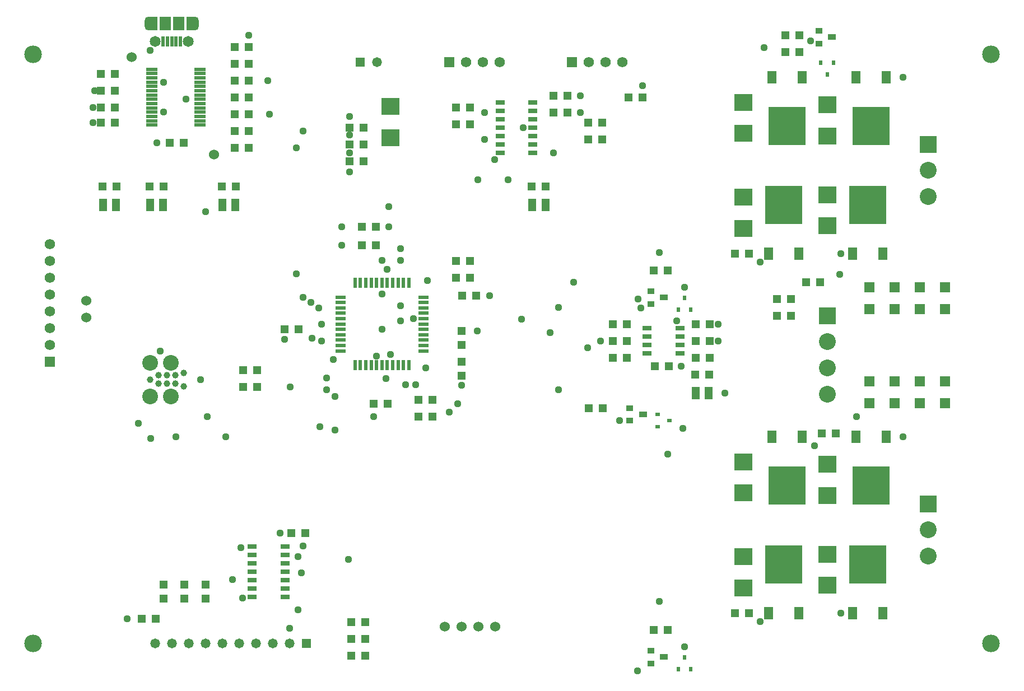
<source format=gts>
G04 ================== begin FILE IDENTIFICATION RECORD ==================*
G04 Layout Name:  radiotelescope.brd*
G04 Film Name:    TOP_MASK*
G04 File Format:  Gerber RS274X*
G04 File Origin:  Cadence Allegro 17.4-S035*
G04 Origin Date:  Tue Feb 21 10:10:28 2023*
G04 *
G04 Layer:  VIA CLASS/SOLDERMASK_TOP*
G04 Layer:  PIN/SOLDERMASK_TOP*
G04 Layer:  PACKAGE GEOMETRY/SOLDERMASK_TOP*
G04 Layer:  BOARD GEOMETRY/SOLDERMASK_TOP*
G04 *
G04 Offset:    (0.00 0.00)*
G04 Mirror:    No*
G04 Mode:      Positive*
G04 Rotation:  0*
G04 FullContactRelief:  No*
G04 UndefLineWidth:     0.00*
G04 ================== end FILE IDENTIFICATION RECORD ====================*
%FSLAX35Y35*MOMM*%
%IR0*IPPOS*OFA0.00000B0.00000*MIA0B0*SFA1.00000B1.00000*%
%ADD13C,1.524*%
%ADD14C,1.1176*%
%ADD12C,1.5748*%
%ADD16R,1.27X1.27*%
%ADD40R,1.524X1.524*%
%ADD17C,1.4732*%
%ADD20C,.991108*%
%ADD11R,1.5748X1.5748*%
%ADD18C,2.3749*%
%ADD28R,1.4732X1.4732*%
%ADD22C,1.649984*%
%ADD19C,.987044*%
%ADD37R,5.588X5.842*%
%ADD31R,2.7432X2.6162*%
%ADD38C,2.54*%
%ADD35R,.5588X.635*%
%ADD32R,1.016X.8636*%
%ADD30R,.5842X1.524*%
%ADD34R,.635X.5588*%
%ADD33R,1.27X.8636*%
%ADD29R,1.524X.5842*%
%ADD27R,1.397X.762*%
%ADD10C,2.667*%
%ADD39R,2.54X2.54*%
%ADD36R,1.4224X1.8288*%
%ADD25R,.599948X1.549908*%
%ADD15R,1.2192X1.9304*%
%ADD24R,1.400048X2.100072*%
%ADD21R,1.700022X.599948*%
%ADD23O,1.150112X2.100072*%
%ADD26R,1.700022X2.100072*%
%LPD*%
G75*
G54D10*
X-6667500Y-4445000D03*
Y4457700D03*
X7810500Y-4445000D03*
Y4457700D03*
G54D11*
X-6413500Y-190500D03*
X-381000Y4343400D03*
X1473200D03*
G54D20*
X-4902200Y-457200D03*
X-4394200Y-558800D03*
Y-355600D03*
G54D21*
X-4871009Y3387496D03*
Y3452495D03*
Y3517494D03*
Y3582492D03*
Y3647491D03*
Y3712489D03*
Y3777488D03*
Y3842512D03*
Y3907511D03*
Y3972509D03*
Y4037508D03*
Y4102506D03*
Y4167505D03*
Y4232504D03*
X-4145991Y3387496D03*
Y3712489D03*
Y3647491D03*
Y3582492D03*
Y3517494D03*
Y3452495D03*
Y3907511D03*
Y3842512D03*
Y3777488D03*
Y4037508D03*
Y3972509D03*
Y4232504D03*
Y4167505D03*
Y4102506D03*
G54D30*
X-1640840Y-243840D03*
X-1722120D03*
X-1803400D03*
Y1005840D03*
X-1722120D03*
X-1640840D03*
X-1397000Y-243840D03*
X-1478280D03*
X-1559560D03*
Y1005840D03*
X-1478280D03*
X-1397000D03*
X-1071880Y-243840D03*
X-1153160D03*
X-1234440D03*
X-1315720D03*
Y1005840D03*
X-1234440D03*
X-1153160D03*
X-1071880D03*
X-990600Y-243840D03*
Y1005840D03*
G54D12*
X-6413500Y63500D03*
Y317500D03*
Y571500D03*
Y825500D03*
Y1079500D03*
Y1333500D03*
Y1587500D03*
X-127000Y4343400D03*
X127000D03*
X381000D03*
X1727200D03*
X1981200D03*
X2235200D03*
G54D31*
X-1270000Y3200400D03*
Y3670300D03*
X4064000Y-3606800D03*
Y-3136900D03*
Y-2171700D03*
Y-1701800D03*
Y1828800D03*
Y2298700D03*
Y3263900D03*
Y3733800D03*
X5334000Y-3568700D03*
Y-3098800D03*
Y-2209800D03*
Y-1739900D03*
Y1866900D03*
Y2336800D03*
Y3225800D03*
Y3695700D03*
G54D22*
X-4822012Y4654499D03*
X-4321988D03*
G54D40*
X5969000Y-812800D03*
Y-482600D03*
Y609600D03*
Y939800D03*
X6350000Y-812800D03*
Y-482600D03*
Y609600D03*
Y939800D03*
X6731000Y-812800D03*
Y-482600D03*
Y609600D03*
Y939800D03*
X7112000Y-812800D03*
Y-482600D03*
Y609600D03*
Y939800D03*
G54D13*
X-5867400Y482600D03*
Y736600D03*
X-5181600Y4419600D03*
X-3937000Y2946400D03*
X-444500Y-4191000D03*
X-190500D03*
X63500D03*
X317500D03*
G54D23*
X-4922012Y4924501D03*
X-4221988D03*
G54D32*
X2349500Y-1079500D03*
Y-891540D03*
X2667000Y-4749800D03*
Y-4561840D03*
Y685800D03*
Y873760D03*
X5207000Y4622800D03*
Y4810760D03*
G54D14*
X-5765800Y3429000D03*
Y3657600D03*
X-5740400Y3911600D03*
X-5245100Y-4076700D03*
X-5080000Y-1117600D03*
X-4889500Y-1346200D03*
X-4800600Y3124200D03*
X-4902200Y4521200D03*
X-4508500Y-1320800D03*
X-4749800Y-25400D03*
X-4700092Y3582492D03*
Y4037508D03*
X-4140200Y-457200D03*
X-4361688Y3777488D03*
X-4038600Y-1016000D03*
X-4064000Y2082800D03*
X-3505200Y-3759200D03*
X-3657600Y-3479800D03*
X-3530600Y-2997200D03*
X-3759200Y-1320800D03*
X-3406140Y4747260D03*
X-2933700Y-2781300D03*
X-2870200Y152400D03*
X-3098800Y3556000D03*
X-3124200Y4064000D03*
X-2794000Y-4216400D03*
X-2667000Y-3937000D03*
X-2616200Y-3378200D03*
X-2590800Y-2971800D03*
X-2667000Y-3136900D03*
X-2781300Y-571500D03*
X-2590800Y787400D03*
X-2692400Y1143000D03*
Y3048000D03*
X-2590800Y3302000D03*
X-2336800Y-1168400D03*
X-2451100Y165100D03*
X-2311400Y127000D03*
Y381000D03*
X-2468880Y706120D03*
X-2349500Y624840D03*
X-2108200Y-1219200D03*
Y-711200D03*
X-2235200Y-609600D03*
Y-431800D03*
X-2133600Y-152400D03*
X-2006600Y1854200D03*
Y1574800D03*
X-1905000Y-3175000D03*
X-1889760Y2682240D03*
Y2971800D03*
Y3235960D03*
Y3515360D03*
X-1524000Y-1016000D03*
X-1333500Y-444500D03*
X-1478280Y-101600D03*
X-1397000Y304800D03*
Y838200D03*
X-1315720Y1206500D03*
X-1397000Y1346200D03*
X-1295400Y1854200D03*
Y2159000D03*
X-1041400Y-533400D03*
X-1270000Y-76200D03*
X-1117600Y431800D03*
Y660400D03*
Y1524000D03*
Y1346200D03*
X-889000Y-533400D03*
X-736600Y-279400D03*
X-919480Y462280D03*
X-711200Y1041400D03*
X-381000Y-952500D03*
X-254000Y-825500D03*
X-190500Y-546100D03*
X48260Y276860D03*
X228600Y812800D03*
X50800Y2565400D03*
X152400Y3175000D03*
Y3581400D03*
X508000Y2565400D03*
X304800Y2870200D03*
X711200Y457200D03*
X736600Y3352800D03*
X1143000Y254000D03*
X1193800Y2971800D03*
X1270000Y-609600D03*
Y635000D03*
X1498600Y1016000D03*
X1714500Y25400D03*
X1600200Y3581400D03*
Y3835400D03*
X1905000Y127000D03*
X2463800Y-4864100D03*
X2197100Y-1079500D03*
X2476500Y762000D03*
X2794000Y-3810000D03*
X2514600Y622300D03*
X2794000Y1460500D03*
X2540000Y3987800D03*
X2921000Y-1587500D03*
X3124200Y-254000D03*
X3060700Y431800D03*
X3175000Y-4495800D03*
X3149600Y-1193800D03*
X3175000Y939800D03*
X3683000Y127000D03*
Y381000D03*
X3784600Y-660400D03*
X4318000Y-4114800D03*
Y1320800D03*
X4381500Y4559300D03*
X5143500Y-1460500D03*
X5080000Y4660900D03*
X5537200Y-3987800D03*
X5524500Y1130300D03*
X5537200Y1447800D03*
X5778500Y-1016000D03*
X6477000Y-1320800D03*
Y4114800D03*
G54D24*
X-4861992Y4924501D03*
X-4282008D03*
G54D15*
X-5613400Y2184400D03*
X-5412740D03*
X-4902200D03*
X-4701540D03*
X-3810000D03*
X-3609340D03*
X876300D03*
X1076960D03*
X3342640Y-660400D03*
X3543300D03*
G54D33*
X2550160Y-985520D03*
X2867660Y-4655820D03*
Y779780D03*
X5407660Y4716780D03*
G54D25*
X-4701997Y4654499D03*
X-4636999D03*
X-4572000D03*
X-4507001D03*
X-4442003D03*
G54D34*
X2768600Y-1176020D03*
Y-985520D03*
X2946400Y-1079500D03*
G54D16*
X-5410200Y2463800D03*
X-5623560D03*
X-5435600Y3429000D03*
X-5648960D03*
X-5435600Y3657600D03*
X-5648960D03*
X-5435600Y3911600D03*
X-5648960D03*
X-5435600Y4165600D03*
X-5648960D03*
X-5029200Y-4076700D03*
X-4815840D03*
X-4912360Y2463800D03*
X-4699000Y-3556000D03*
Y-3769360D03*
Y2463800D03*
X-4607560Y3124200D03*
X-4381500Y-3556000D03*
Y-3769360D03*
X-4394200Y3124200D03*
X-4064000Y-3556000D03*
Y-3769360D03*
X-3820160Y2463800D03*
X-3492500Y-317500D03*
Y-571500D03*
X-3606800Y2463800D03*
X-3619500Y3048000D03*
Y3302000D03*
Y3556000D03*
Y3810000D03*
Y4064000D03*
Y4318000D03*
Y4572000D03*
X-3279140Y-317500D03*
Y-571500D03*
X-3406140Y3048000D03*
Y3302000D03*
Y3556000D03*
Y3810000D03*
Y4064000D03*
Y4318000D03*
Y4572000D03*
X-2870200Y304800D03*
X-2552700Y-2781300D03*
X-2766060D03*
X-2656840Y304800D03*
X-1651000Y-4635500D03*
X-1864360D03*
X-1651000Y-4381500D03*
X-1864360D03*
X-1651000Y-4127500D03*
X-1864360D03*
X-1701800Y1574800D03*
Y1854200D03*
X-1676400Y2844800D03*
X-1889760D03*
X-1676400Y3098800D03*
X-1889760D03*
X-1676400Y3352800D03*
X-1889760D03*
X-1524000Y-825500D03*
X-1310640D03*
X-1488440Y1574800D03*
Y1854200D03*
X-848360Y-1016000D03*
Y-762000D03*
X-635000Y-1016000D03*
Y-762000D03*
X-190500Y-403860D03*
Y-190500D03*
Y63500D03*
Y276860D03*
X-187960Y812800D03*
X-63500Y1079500D03*
X-276860D03*
X-63500Y1333500D03*
X-276860D03*
X-279400Y3403600D03*
X-66040D03*
X-279400Y3657600D03*
X-66040D03*
X25400Y812800D03*
X866140Y2463800D03*
X1079500D03*
X1193800Y3581400D03*
X1196340Y3835400D03*
X1407160Y3581400D03*
X1409700Y3835400D03*
X1727200Y-889000D03*
X1717040Y3175000D03*
Y3429000D03*
X1940560Y-889000D03*
X2095500Y-127000D03*
Y127000D03*
Y381000D03*
X1930400Y3175000D03*
Y3429000D03*
X2308860Y-127000D03*
Y127000D03*
Y381000D03*
X2326640Y3810000D03*
X2707640Y-4241800D03*
X2730500Y-254000D03*
X2707640Y1193800D03*
X2540000Y3810000D03*
X2921000Y-4241800D03*
X2943860Y-254000D03*
X2921000Y1193800D03*
X3340100Y-381000D03*
X3342640Y-127000D03*
Y127000D03*
Y381000D03*
X3553460Y-381000D03*
X3556000Y-127000D03*
Y127000D03*
Y381000D03*
X3937000Y-3987800D03*
Y1447800D03*
X4150360Y-3987800D03*
Y1447800D03*
X4572000Y508000D03*
Y762000D03*
X4699000Y4495800D03*
Y4749800D03*
X4785360Y508000D03*
Y762000D03*
X5016500Y1016000D03*
X4912360Y4495800D03*
Y4749800D03*
X5247640Y-1270000D03*
X5229860Y1016000D03*
X5461000Y-1270000D03*
G54D26*
X-4672000Y4924501D03*
X-4472000D03*
G54D35*
X3081020Y-4838700D03*
Y596900D03*
X3271520Y-4838700D03*
X3175000Y-4660900D03*
X3271520Y596900D03*
X3175000Y774700D03*
X5237480Y4330700D03*
X5427980D03*
X5334000Y4152900D03*
G54D17*
X-4826000Y-4445000D03*
X-4572000D03*
X-4318000D03*
X-3810000D03*
X-4064000D03*
X-3556000D03*
X-3302000D03*
X-3048000D03*
X-2794000D03*
X-1473200Y4343400D03*
G54D36*
X4445000Y-3987800D03*
X4495800Y-1320800D03*
X4445000Y1447800D03*
X4495800Y4114800D03*
X4902200Y-3987800D03*
X4953000Y-1320800D03*
X4902200Y1447800D03*
X4953000Y4114800D03*
X5715000Y-3987800D03*
X5765800Y-1320800D03*
X5715000Y1447800D03*
X5765800Y4114800D03*
X6172200Y-3987800D03*
X6223000Y-1320800D03*
X6172200Y1447800D03*
X6223000Y4114800D03*
G54D27*
X-3359150Y-3619500D03*
Y-3746500D03*
Y-3238500D03*
Y-3365500D03*
Y-3492500D03*
Y-2984500D03*
Y-3111500D03*
X-2863850Y-3619500D03*
Y-3746500D03*
Y-3238500D03*
Y-3492500D03*
Y-3365500D03*
Y-3111500D03*
Y-2984500D03*
X387350Y3098800D03*
Y2971800D03*
Y3352800D03*
Y3225800D03*
Y3733800D03*
Y3606800D03*
Y3479800D03*
X882650Y3098800D03*
Y2971800D03*
Y3225800D03*
Y3352800D03*
Y3606800D03*
Y3733800D03*
Y3479800D03*
X2609850Y-63500D03*
Y63500D03*
Y190500D03*
Y317500D03*
X3105150Y-63500D03*
Y63500D03*
Y190500D03*
Y317500D03*
G54D18*
X-4902200Y-711200D03*
Y-203200D03*
X-4584700Y-711200D03*
Y-203200D03*
G54D37*
X4673600Y-3251200D03*
X4724400Y-2057400D03*
X4673600Y2184400D03*
X4724400Y3378200D03*
X5943600Y-3251200D03*
X5994400Y-2057400D03*
X5943600Y2184400D03*
X5994400Y3378200D03*
G54D19*
X-4775200Y-393700D03*
Y-520700D03*
X-4521200Y-393700D03*
Y-520700D03*
X-4648200Y-393700D03*
Y-520700D03*
G54D28*
X-2540000Y-4445000D03*
X-1727200Y4343400D03*
G54D29*
X-2021840Y-25400D03*
Y55880D03*
Y137160D03*
Y218440D03*
Y462280D03*
Y543560D03*
Y299720D03*
Y381000D03*
Y624840D03*
Y706120D03*
Y787400D03*
X-772160Y218440D03*
Y137160D03*
Y55880D03*
Y-25400D03*
Y299720D03*
Y543560D03*
Y462280D03*
Y381000D03*
Y787400D03*
Y706120D03*
Y624840D03*
G54D38*
X5334000Y-680720D03*
Y-284480D03*
Y111760D03*
X6858000Y-3129280D03*
Y-2733040D03*
Y2306320D03*
Y2702560D03*
G54D39*
X5334000Y508000D03*
X6858000Y-2336800D03*
Y3098800D03*
M02*

</source>
